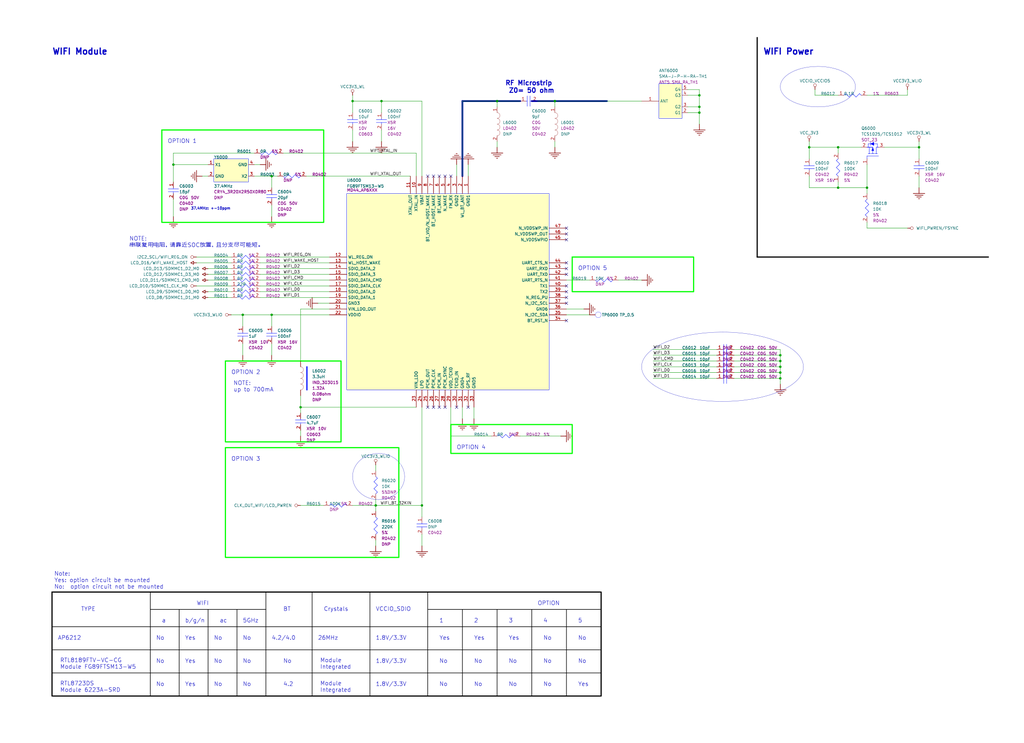
<source format=kicad_sch>
(kicad_sch (version 20250114) (generator "eeschema") (generator_version "9.0")
  (paper "User" 450 326.7)
  (rectangle (start 175.26 196.85) (end 99.06 245.11) (stroke (width 0.508) (color 0 255 0 1)))
  (bezier (pts (xy 342.9 38.1) (xy 342.9 43.0098) (xy 350.2917 46.99) (xy 359.41 46.99)) (stroke (width 0.0254)))
  (bezier (pts (xy 353.06 161.29) (xy 353.06 152.8731) (xy 337.1392 146.05) (xy 317.5 146.05)) (stroke (width 0.0254)))
  (bezier (pts (xy 317.5 146.05) (xy 297.8607 146.05) (xy 281.94 152.8731) (xy 281.94 161.29)) (stroke (width 0.0254)))
  (rectangle (start 251.46 186.69) (end 198.12 199.39) (stroke (width 0.508) (color 0 255 0 1)))
  (bezier (pts (xy 359.41 46.99) (xy 368.5282 46.99) (xy 375.92 43.0098) (xy 375.92 38.1)) (stroke (width 0.0254)))
  (bezier (pts (xy 281.94 161.29) (xy 281.94 169.7068) (xy 297.8607 176.53) (xy 317.5 176.53)) (stroke (width 0.0254)))
  (bezier (pts (xy 154.94 209.55) (xy 154.94 215.1612) (xy 160.0573 219.71) (xy 166.37 219.71)) (stroke (width 0.0254)))
  (rectangle (start 304.8 113.03) (end 251.46 128.27) (stroke (width 0.508) (color 0 255 0 1)))
  (bezier (pts (xy 177.8 209.55) (xy 177.8 203.9387) (xy 172.6826 199.39) (xy 166.37 199.39)) (stroke (width 0.0254)))
  (bezier (pts (xy 166.37 219.71) (xy 172.6826 219.71) (xy 177.8 215.1612) (xy 177.8 209.55)) (stroke (width 0.0254)))
  (rectangle (start 142.24 57.15) (end 71.12 97.79) (stroke (width 0.508) (color 0 255 0 1)))
  (rectangle (start 264.16 260.35) (end 22.86 306.07) (stroke (width 0.508) (color 0 0 0 1)))
  (bezier (pts (xy 317.5 176.53) (xy 337.1392 176.53) (xy 353.06 169.7068) (xy 353.06 161.29)) (stroke (width 0.0254)))
  (bezier (pts (xy 359.41 29.21) (xy 350.2917 29.21) (xy 342.9 33.1901) (xy 342.9 38.1)) (stroke (width 0.0254)))
  (bezier (pts (xy 375.92 38.1) (xy 375.92 33.1901) (xy 368.5282 29.21) (xy 359.41 29.21)) (stroke (width 0.0254)))
  (bezier (pts (xy 166.37 199.39) (xy 160.0573 199.39) (xy 154.94 203.9387) (xy 154.94 209.55)) (stroke (width 0.0254)))
  (rectangle (start 149.86 158.75) (end 99.06 194.31) (stroke (width 0.508) (color 0 255 0 1)))
  (text "Yes" (at 193.04 281.686 0) (effects (font (size 1.778 1.778)) (justify left bottom)))
  (text "Yes" (at 254 302.006 0) (effects (font (size 1.778 1.778)) (justify left bottom)))
  (text "1.8V/3.3V" (at 165.1 281.686 0) (effects (font (size 1.778 1.778)) (justify left bottom)))
  (text "No" (at 106.68 281.686 0) (effects (font (size 1.778 1.778)) (justify left bottom)))
  (text "a" (at 71.12 274.066 0) (effects (font (size 1.778 1.778)) (justify left bottom)))
  (text "Yes" (at 81.28 281.686 0) (effects (font (size 1.778 1.778)) (justify left bottom)))
  (text "OPTION 3" (at 101.6 202.946 0) (effects (font (size 1.778 1.778)) (justify left bottom)))
  (text "OPTION 2" (at 101.6 164.846 0) (effects (font (size 1.778 1.778)) (justify left bottom)))
  (text "1" (at 193.04 274.066 0) (effects (font (size 1.778 1.778)) (justify left bottom)))
  (text "AP6212" (at 25.4 281.686 0) (effects (font (size 1.778 1.778)) (justify left bottom)))
  (text "No" (at 106.68 291.846 0) (effects (font (size 1.778 1.778)) (justify left bottom)))
  (text "No" (at 254 291.846 0) (effects (font (size 1.778 1.778)) (justify left bottom)))
  (text "No" (at 254 281.686 0) (effects (font (size 1.778 1.778)) (justify left bottom)))
  (text "No" (at 193.04 291.846 0) (effects (font (size 1.778 1.778)) (justify left bottom)))
  (text "WIFI Power" (at 335.28 24.384 0) (effects (font (size 2.667 2.667) (thickness 0.5334) (bold yes)) (justify left bottom)))
  (text "No" (at 124.46 291.846 0) (effects (font (size 1.778 1.778)) (justify left bottom)))
  (text "No" (at 223.52 291.846 0) (effects (font (size 1.778 1.778)) (justify left bottom)))
  (text "3" (at 223.52 274.066 0) (effects (font (size 1.778 1.778)) (justify left bottom)))
  (text "26MHz" (at 139.7 281.686 0) (effects (font (size 1.778 1.778)) (justify left bottom)))
  (text "BT" (at 124.46 268.986 0) (effects (font (size 1.778 1.778)) (justify left bottom)))
  (text "No" (at 208.28 302.006 0) (effects (font (size 1.778 1.778)) (justify left bottom)))
  (text "TYPE" (at 35.56 268.986 0) (effects (font (size 1.778 1.778)) (justify left bottom)))
  (text "VCCIO_SDIO" (at 165.1 268.986 0) (effects (font (size 1.778 1.778)) (justify left bottom)))
  (text "No" (at 238.76 281.686 0) (effects (font (size 1.778 1.778)) (justify left bottom)))
  (text "No" (at 238.76 291.846 0) (effects (font (size 1.778 1.778)) (justify left bottom)))
  (text "1.8V/3.3V" (at 165.1 302.006 0) (effects (font (size 1.778 1.778)) (justify left bottom)))
  (text "Yes" (at 81.28 302.006 0) (effects (font (size 1.778 1.778)) (justify left bottom)))
  (text "No" (at 93.98 302.006 0) (effects (font (size 1.778 1.778)) (justify left bottom)))
  (text "No" (at 223.52 302.006 0) (effects (font (size 1.778 1.778)) (justify left bottom)))
  (text "b/g/n" (at 81.28 274.066 0) (effects (font (size 1.778 1.778)) (justify left bottom)))
  (text "No" (at 68.58 302.006 0) (effects (font (size 1.778 1.778)) (justify left bottom)))
  (text "ac" (at 96.52 274.066 0) (effects (font (size 1.778 1.778)) (justify left bottom)))
  (text "OPTION" (at 236.22 266.446 0) (effects (font (size 1.778 1.778)) (justify left bottom)))
  (text "5GHz" (at 106.68 274.066 0) (effects (font (size 1.778 1.778)) (justify left bottom)))
  (text "No" (at 93.98 291.846 0) (effects (font (size 1.778 1.778)) (justify left bottom)))
  (text "No" (at 193.04 302.006 0) (effects (font (size 1.778 1.778)) (justify left bottom)))
  (text "WIFI" (at 86.36 266.446 0) (effects (font (size 1.778 1.778)) (justify left bottom)))
  (text "No" (at 68.58 291.846 0) (effects (font (size 1.778 1.778)) (justify left bottom)))
  (text "No" (at 68.58 281.686 0) (effects (font (size 1.778 1.778)) (justify left bottom)))
  (text "OPTION 5" (at 254 119.126 0) (effects (font (size 1.778 1.778)) (justify left bottom)))
  (text "1.8V/3.3V" (at 165.1 291.846 0) (effects (font (size 1.778 1.778)) (justify left bottom)))
  (text "4.2" (at 124.46 302.006 0) (effects (font (size 1.778 1.778)) (justify left bottom)))
  (text "4" (at 238.76 274.066 0) (effects (font (size 1.778 1.778)) (justify left bottom)))
  (text "OPTION 1" (at 73.66 63.246 0) (effects (font (size 1.778 1.778)) (justify left bottom)))
  (text "WIFI Module" (at 22.86 24.384 0) (effects (font (size 2.667 2.667) (thickness 0.5334) (bold yes)) (justify left bottom)))
  (text "No" (at 238.76 302.006 0) (effects (font (size 1.778 1.778)) (justify left bottom)))
  (text "No" (at 208.28 291.846 0) (effects (font (size 1.778 1.778)) (justify left bottom)))
  (text "5" (at 254 274.066 0) (effects (font (size 1.778 1.778)) (justify left bottom)))
  (text "Yes" (at 208.28 281.686 0) (effects (font (size 1.778 1.778)) (justify left bottom)))
  (text "Crystals" (at 142.24 268.986 0) (effects (font (size 1.778 1.778)) (justify left bottom)))
  (text "OPTION 4" (at 200.66 197.866 0) (effects (font (size 1.778 1.778)) (justify left bottom)))
  (text "Yes" (at 81.28 291.846 0) (effects (font (size 1.778 1.778)) (justify left bottom)))
  (text "Yes" (at 223.52 281.686 0) (effects (font (size 1.778 1.778)) (justify left bottom)))
  (text "No" (at 106.68 302.006 0) (effects (font (size 1.778 1.778)) (justify left bottom)))
  (text "No" (at 93.98 281.686 0) (effects (font (size 1.778 1.778)) (justify left bottom)))
  (text "2" (at 208.28 274.066 0) (effects (font (size 1.778 1.778)) (justify left bottom)))
  (text "4.2/4.0" (at 119.38 281.686 0) (effects (font (size 1.778 1.778)) (justify left bottom)))
  (text "37.4MHz: +-10ppm" (at 83.82 92.456 0) (effects (font (size 1.143 1.143) (thickness 0.2286) (bold yes)) (justify left bottom)))
  (text_box "NOTE:\nup to 700mA" (at 124.968 173.482 0) (size -23.368 -7.112) (margins 0.9525 0.9525 0.9525 0.9525) (stroke (width -0.0001) (color 0 0 0 1)) (effects (font (size 1.778 1.778)) (justify left top)))
  (text_box "Module \nIntegrated\n" (at 161.036 305.562 0) (size -21.336 -7.112) (margins 0.9525 0.9525 0.9525 0.9525) (stroke (width -0.0001) (color 0 0 0 1)) (effects (font (size 1.778 1.778)) (justify left top)))
  (text_box "RF Microstrip\n Z0= 50 ohm" (at 247.904 42.926 0) (size -26.924 -8.636) (margins 0.9525 0.9525 0.9525 0.9525) (stroke (width -0.0001) (color 0 0 0 1)) (effects (font (size 2.032 2.032) (thickness 0.4064) (bold yes)) (justify left top)))
  (text_box "RTL8189FTV-VC-CG\nModule FG89FTSM13-W5" (at 67.056 295.402 0) (size -41.656 -7.112) (margins 0.9525 0.9525 0.9525 0.9525) (stroke (width -0.0001) (color 0 0 0 1)) (effects (font (size 1.778 1.778)) (justify left top)))
  (text_box "RTL8723DS\nModule 6223A-SRD" (at 58.928 305.562 0) (size -33.528 -7.112) (margins 0.9525 0.9525 0.9525 0.9525) (stroke (width -0.0001) (color 0 0 0 1)) (effects (font (size 1.778 1.778)) (justify left top)))
  (text_box "Note:\nYes: option circuit be mounted\nNo:  option circuit not be mounted" (at 92.964 260.858 0) (size -70.104 -10.668) (margins 0.9525 0.9525 0.9525 0.9525) (stroke (width -0.0001) (color 0 0 0 1)) (effects (font (size 1.778 1.778)) (justify left top)))
  (text_box "Module \nIntegrated\n" (at 161.036 295.402 0) (size -21.336 -7.112) (margins 0.9525 0.9525 0.9525 0.9525) (stroke (width -0.0001) (color 0 0 0 1)) (effects (font (size 1.778 1.778)) (justify left top)))
  (text_box "NOTE:\n串联复用电阻，请靠近SOC放置，且分支尽可能短。" (at 148.336 109.982 0) (size -92.456 -7.112) (margins 0.9525 0.9525 0.9525 0.9525) (stroke (width -0.0001) (color 0 0 0 1)) (effects (font (size 1.778 1.778)) (justify left top)))
  (junction (at 307.34 41.91))
  (junction (at 76.2 72.39))
  (junction (at 218.44 44.45))
  (junction (at 342.9 166.37))
  (junction (at 355.6 64.77))
  (junction (at 106.68 138.43))
  (junction (at 154.94 44.45))
  (junction (at 167.64 44.45))
  (junction (at 243.84 44.45))
  (junction (at 307.34 46.99))
  (junction (at 342.9 161.29))
  (junction (at 342.9 156.21))
  (junction (at 119.38 138.43))
  (junction (at 381 82.55))
  (junction (at 342.9 158.75))
  (junction (at 403.86 64.77))
  (junction (at 342.9 163.83))
  (junction (at 165.1 222.25))
  (junction (at 368.3 82.55))
  (junction (at 185.42 222.25))
  (junction (at 307.34 49.53))
  (junction (at 368.3 64.77))
  (junction (at 132.08 179.07))
  (junction (at 119.38 77.47))
  (no_connect (at 248.92 133.35))
  (no_connect (at 190.5 179.07))
  (no_connect (at 248.92 120.65))
  (no_connect (at 248.92 105.41))
  (no_connect (at 200.66 179.07))
  (no_connect (at 195.58 77.47))
  (no_connect (at 198.12 77.47))
  (no_connect (at 248.92 118.11))
  (no_connect (at 205.74 179.07))
  (no_connect (at 248.92 102.87))
  (no_connect (at 248.92 140.97))
  (no_connect (at 187.96 179.07))
  (no_connect (at 193.04 77.47))
  (no_connect (at 248.92 128.27))
  (no_connect (at 187.96 77.47))
  (no_connect (at 195.58 179.07))
  (no_connect (at 190.5 77.47))
  (no_connect (at 248.92 130.81))
  (no_connect (at 248.92 125.73))
  (no_connect (at 248.92 115.57))
  (no_connect (at 248.92 100.33))
  (no_connect (at 193.04 179.07))
  (wire (pts (xy 119.38 82.55) (xy 119.38 77.47)))
  (wire (pts (xy 76.2 72.39) (xy 76.2 67.31)))
  (wire (pts (xy 368.3 41.91) (xy 358.14 41.91)))
  (wire (pts (xy 203.2 184.15) (xy 203.2 179.07)))
  (wire (pts (xy 342.9 158.75) (xy 322.58 158.75)))
  (wire (pts (xy 101.6 130.81) (xy 91.44 130.81)))
  (wire (pts (xy 307.34 46.99) (xy 302.26 46.99)))
  (wire (pts (xy 403.86 64.77) (xy 388.62 64.77)))
  (wire (pts (xy 302.26 39.37) (xy 307.34 39.37)))
  (wire (pts (xy 342.9 158.75) (xy 342.9 161.29)))
  (wire (pts (xy 167.64 49.53) (xy 167.64 44.45)))
  (wire (pts (xy 205.74 77.47) (xy 205.74 72.39)))
  (wire (pts (xy 203.2 44.45) (xy 203.2 77.47)))
  (wire (pts (xy 218.44 46.99) (xy 218.44 44.45)))
  (wire (pts (xy 114.3 72.39) (xy 111.76 72.39)))
  (wire (pts (xy 154.94 62.23) (xy 154.94 57.15)))
  (wire (pts (xy 342.9 161.29) (xy 342.9 163.83)))
  (wire (pts (xy 180.34 77.47) (xy 134.62 77.47)))
  (wire (pts (xy 403.86 64.77) (xy 403.86 62.23)))
  (wire (pts (xy 101.6 115.57) (xy 86.36 115.57)))
  (wire (pts (xy 342.9 166.37) (xy 322.58 166.37)))
  (wire (pts (xy 142.24 222.25) (xy 132.08 222.25)))
  (wire (pts (xy 342.9 166.37) (xy 342.9 168.91)))
  (wire (pts (xy 368.3 64.77) (xy 355.6 64.77)))
  (polyline (pts (xy 91.44 267.97) (xy 91.44 306.07)) (stroke (width 0.254) (type solid) (color 0 0 0 1)))
  (wire (pts (xy 101.6 125.73) (xy 86.36 125.73)))
  (wire (pts (xy 144.78 138.43) (xy 119.38 138.43)))
  (wire (pts (xy 355.6 82.55) (xy 355.6 77.47)))
  (wire (pts (xy 144.78 133.35) (xy 139.7 133.35)))
  (wire (pts (xy 259.08 138.43) (xy 248.92 138.43)))
  (polyline (pts (xy 78.74 267.97) (xy 78.74 306.07)) (stroke (width 0.254) (type solid) (color 0 0 0 1)))
  (wire (pts (xy 182.88 179.07) (xy 132.08 179.07)))
  (wire (pts (xy 165.1 222.25) (xy 165.1 219.71)))
  (wire (pts (xy 101.6 123.19) (xy 91.44 123.19)))
  (wire (pts (xy 144.78 115.57) (xy 114.3 115.57)))
  (wire (pts (xy 144.78 130.81) (xy 114.3 130.81)))
  (wire (pts (xy 368.3 82.55) (xy 355.6 82.55)))
  (polyline (pts (xy 187.96 267.97) (xy 264.16 267.97)) (stroke (width 0.254) (type solid) (color 0 0 0 1)))
  (wire (pts (xy 381 85.09) (xy 381 82.55)))
  (wire (pts (xy 106.68 143.51) (xy 106.68 138.43)))
  (wire (pts (xy 228.6 44.45) (xy 218.44 44.45)))
  (wire (pts (xy 165.1 204.47) (xy 165.1 207.01)))
  (wire (pts (xy 101.6 120.65) (xy 91.44 120.65)))
  (wire (pts (xy 358.14 41.91) (xy 358.14 39.37)))
  (wire (pts (xy 342.9 156.21) (xy 342.9 158.75)))
  (wire (pts (xy 398.78 39.37) (xy 398.78 41.91)))
  (wire (pts (xy 101.6 118.11) (xy 91.44 118.11)))
  (wire (pts (xy 314.96 156.21) (xy 287.02 156.21)))
  (wire (pts (xy 132.08 179.07) (xy 132.08 173.99)))
  (wire (pts (xy 342.9 156.21) (xy 322.58 156.21)))
  (polyline (pts (xy 264.16 285.75) (xy 22.86 285.75)) (stroke (width 0.254) (type solid) (color 0 0 0 1)))
  (wire (pts (xy 314.96 161.29) (xy 287.02 161.29)))
  (wire (pts (xy 119.38 143.51) (xy 119.38 138.43)))
  (wire (pts (xy 185.42 77.47) (xy 185.42 44.45)))
  (wire (pts (xy 132.08 181.61) (xy 132.08 179.07)))
  (wire (pts (xy 154.94 49.53) (xy 154.94 44.45)))
  (wire (pts (xy 271.78 123.19) (xy 281.94 123.19)))
  (polyline (pts (xy 264.16 275.59) (xy 22.86 275.59)) (stroke (width 0.254) (type solid) (color 0 0 0 1)))
  (polyline (pts (xy 332.74 113.03) (xy 434.34 113.03)) (stroke (width 0.508) (type solid) (color 0 0 0 1)))
  (wire (pts (xy 381 72.39) (xy 381 82.55)))
  (polyline (pts (xy 332.74 16.51) (xy 332.74 113.03)) (stroke (width 0.508) (type solid) (color 0 0 0 1)))
  (wire (pts (xy 167.64 44.45) (xy 154.94 44.45)))
  (wire (pts (xy 236.22 44.45) (xy 243.84 44.45)))
  (wire (pts (xy 307.34 41.91) (xy 302.26 41.91)))
  (wire (pts (xy 243.84 44.45) (xy 281.94 44.45)))
  (wire (pts (xy 307.34 39.37) (xy 307.34 41.91)))
  (polyline (pts (xy 203.2 44.45) (xy 203.2 77.47)) (stroke (width 0.762) (type solid) (color 0 0 165 1)))
  (wire (pts (xy 381 82.55) (xy 368.3 82.55)))
  (wire (pts (xy 144.78 125.73) (xy 114.3 125.73)))
  (wire (pts (xy 246.38 191.77) (xy 228.6 191.77)))
  (wire (pts (xy 403.86 69.85) (xy 403.86 64.77)))
  (wire (pts (xy 144.78 128.27) (xy 114.3 128.27)))
  (wire (pts (xy 342.9 161.29) (xy 322.58 161.29)))
  (wire (pts (xy 182.88 67.31) (xy 124.46 67.31)))
  (wire (pts (xy 119.38 77.47) (xy 121.92 77.47)))
  (wire (pts (xy 243.84 64.77) (xy 243.84 62.23)))
  (wire (pts (xy 91.44 72.39) (xy 76.2 72.39)))
  (wire (pts (xy 185.42 222.25) (xy 185.42 179.07)))
  (wire (pts (xy 322.58 153.67) (xy 342.9 153.67)))
  (polyline (pts (xy 104.14 267.97) (xy 104.14 306.07)) (stroke (width 0.254) (type solid) (color 0 0 0 1)))
  (wire (pts (xy 355.6 64.77) (xy 355.6 62.23)))
  (wire (pts (xy 198.12 191.77) (xy 198.12 179.07)))
  (wire (pts (xy 76.2 95.25) (xy 76.2 87.63)))
  (wire (pts (xy 314.96 158.75) (xy 287.02 158.75)))
  (wire (pts (xy 119.38 156.21) (xy 119.38 151.13)))
  (wire (pts (xy 76.2 80.01) (xy 76.2 72.39)))
  (wire (pts (xy 368.3 67.31) (xy 368.3 64.77)))
  (polyline (pts (xy 228.6 44.45) (xy 203.2 44.45)) (stroke (width 0.762) (type solid) (color 0 0 165 1)))
  (wire (pts (xy 101.6 113.03) (xy 86.36 113.03)))
  (wire (pts (xy 106.68 138.43) (xy 101.6 138.43)))
  (polyline (pts (xy 218.44 267.97) (xy 218.44 306.07)) (stroke (width 0.254) (type solid) (color 0 0 0 1)))
  (polyline (pts (xy 248.92 267.97) (xy 248.92 306.07)) (stroke (width 0.254) (type solid) (color 0 0 0 1)))
  (wire (pts (xy 101.6 128.27) (xy 91.44 128.27)))
  (wire (pts (xy 342.9 153.67) (xy 342.9 156.21)))
  (polyline (pts (xy 116.84 260.35) (xy 116.84 306.07)) (stroke (width 0.254) (type solid) (color 0 0 0 1)))
  (polyline (pts (xy 187.96 260.35) (xy 187.96 306.07)) (stroke (width 0.254) (type solid) (color 0 0 0 1)))
  (polyline (pts (xy 266.7 44.45) (xy 233.68 44.45)) (stroke (width 0.762) (type solid) (color 0 0 165 1)))
  (wire (pts (xy 381 100.33) (xy 381 97.79)))
  (polyline (pts (xy 66.04 260.35) (xy 66.04 306.07)) (stroke (width 0.254) (type solid) (color 0 0 0 1)))
  (wire (pts (xy 119.38 138.43) (xy 106.68 138.43)))
  (wire (pts (xy 185.42 222.25) (xy 165.1 222.25)))
  (wire (pts (xy 243.84 46.99) (xy 243.84 44.45)))
  (wire (pts (xy 76.2 67.31) (xy 111.76 67.31)))
  (wire (pts (xy 403.86 82.55) (xy 403.86 77.47)))
  (wire (pts (xy 342.9 163.83) (xy 322.58 163.83)))
  (wire (pts (xy 307.34 49.53) (xy 307.34 54.61)))
  (wire (pts (xy 307.34 41.91) (xy 307.34 46.99)))
  (wire (pts (xy 185.42 44.45) (xy 167.64 44.45)))
  (wire (pts (xy 144.78 113.03) (xy 114.3 113.03)))
  (wire (pts (xy 132.08 135.89) (xy 144.78 135.89)))
  (wire (pts (xy 167.64 62.23) (xy 167.64 57.15)))
  (wire (pts (xy 256.54 135.89) (xy 248.92 135.89)))
  (wire (pts (xy 119.38 95.25) (xy 119.38 90.17)))
  (wire (pts (xy 215.9 191.77) (xy 198.12 191.77)))
  (wire (pts (xy 165.1 222.25) (xy 154.94 222.25)))
  (wire (pts (xy 200.66 77.47) (xy 200.66 72.39)))
  (wire (pts (xy 106.68 156.21) (xy 106.68 151.13)))
  (polyline (pts (xy 66.04 267.97) (xy 116.84 267.97)) (stroke (width 0.254) (type solid) (color 0 0 0 1)))
  (wire (pts (xy 185.42 227.33) (xy 185.42 222.25)))
  (wire (pts (xy 378.46 64.77) (xy 368.3 64.77)))
  (wire (pts (xy 185.42 240.03) (xy 185.42 234.95)))
  (wire (pts (xy 154.94 44.45) (xy 154.94 41.91)))
  (wire (pts (xy 208.28 184.15) (xy 208.28 179.07)))
  (wire (pts (xy 91.44 77.47) (xy 88.9 77.47)))
  (polyline (pts (xy 162.56 260.35) (xy 162.56 306.07)) (stroke (width 0.254) (type solid) (color 0 0 0 1)))
  (wire (pts (xy 355.6 64.77) (xy 355.6 69.85)))
  (wire (pts (xy 165.1 237.49) (xy 165.1 240.03)))
  (wire (pts (xy 368.3 80.01) (xy 368.3 82.55)))
  (polyline (pts (xy 203.2 267.97) (xy 203.2 306.07)) (stroke (width 0.254) (type solid) (color 0 0 0 1)))
  (wire (pts (xy 314.96 153.67) (xy 287.02 153.67)))
  (polyline (pts (xy 137.16 260.35) (xy 137.16 306.07)) (stroke (width 0.254) (type solid) (color 0 0 0 1)))
  (wire (pts (xy 398.78 100.33) (xy 381 100.33)))
  (wire (pts (xy 307.34 49.53) (xy 302.26 49.53)))
  (wire (pts (xy 259.08 123.19) (xy 248.92 123.19)))
  (wire (pts (xy 314.96 166.37) (xy 287.02 166.37)))
  (wire (pts (xy 218.44 64.77) (xy 218.44 62.23)))
  (wire (pts (xy 314.96 163.83) (xy 287.02 163.83)))
  (wire (pts (xy 182.88 77.47) (xy 182.88 67.31)))
  (wire (pts (xy 307.34 46.99) (xy 307.34 49.53)))
  (wire (pts (xy 165.1 224.79) (xy 165.1 222.25)))
  (wire (pts (xy 132.08 191.77) (xy 132.08 189.23)))
  (wire (pts (xy 218.44 44.45) (xy 203.2 44.45)))
  (wire (pts (xy 398.78 41.91) (xy 381 41.91)))
  (wire (pts (xy 144.78 118.11) (xy 114.3 118.11)))
  (wire (pts (xy 144.78 120.65) (xy 114.3 120.65)))
  (wire (pts (xy 111.76 77.47) (xy 119.38 77.47)))
  (wire (pts (xy 144.78 123.19) (xy 114.3 123.19)))
  (wire (pts (xy 132.08 158.75) (xy 132.08 135.89)))
  (wire (pts (xy 342.9 163.83) (xy 342.9 166.37)))
  (polyline (pts (xy 233.68 267.97) (xy 233.68 306.07)) (stroke (width 0.254) (type solid) (color 0 0 0 1)))
  (polyline (pts (xy 264.16 295.91) (xy 22.86 295.91)) (stroke (width 0.254) (type solid) (color 0 0 0 1)))
  (label "WIFI_D0" (at 287.02 163.83 0))
  (label "WIFI_D1" (at 287.02 166.37 0))
  (label "WIFI_D2" (at 124.46 118.11 0))
  (label "WIFI_D1" (at 124.46 130.81 0))
  (label "WIFI_WAKE_HOST" (at 124.46 115.57 0))
  (label "WIFI_D2" (at 287.02 153.67 0))
  (label "WIFI_XTAL_IN" (at 162.56 67.31 0))
  (label "WIFI_CLK" (at 124.46 125.73 0))
  (label "WIFI_REG_ON" (at 124.46 113.03 0))
  (label "WIFI_D3" (at 124.46 120.65 0))
  (label "WIFI_D0" (at 124.46 128.27 0))
  (label "WIFI_CMD" (at 287.02 158.75 0))
  (label "WIFI_XTAL_OUT" (at 162.56 77.47 0))
  (label "WIFI_CLK" (at 287.02 161.29 0))
  (label "WIFI_BT_32KIN" (at 167.132 222.25 0))
  (label "WIFI_CMD" (at 124.46 123.19 0))
  (label "WIFI_D3" (at 287.02 156.21 0))
  (symbol (lib_id "RV1106G_EVB1_V11_20220401LX-altium-import:GND_POWER_GROUND") (at 281.94 123.19 90) (unit 1)
    (property "Reference" "#PWR?" (effects (hide yes)))
    (property "Value" "GND" (effects (hide yes)))
  )
  (symbol (lib_name "root_0_CAP NP_*_1") (lib_id "*:root_0_CAP NP_*") (at 116.84 85.09 0) (unit 1)
    (property "Reference" "C6004" (at 121.92 85.09 0) (effects (justify left bottom)))
    (property "Value" "20pF" (at 121.92 87.63 0) (effects (justify left bottom)))
    (property "Footprint" "C0402" (effects (hide yes)))
    (property "Description" "cap,20.00pF,+/-5%,50V,C0G,C0402" (effects (hide yes)))
    (property "DIELECTRIC" "C0G" (at 121.92 90.17 0) (effects (justify left bottom)))
    (property "PCB FOOTPRINT" "C0402" (at 121.92 92.71 0) (effects (justify left bottom)))
    (property "VOLTAGE" "50V" (at 127 90.17 0) (effects (justify left bottom)))
    (property "OPTION" "DNP" (at 121.92 95.25 0) (effects (justify left bottom)))
    (property "CREATED BY" "JJJ" (effects (hide yes)))
    (property "MANUFACTURER" "TDK" (effects (hide yes)))
    (property "TOLERANCE" "5%" (effects (hide yes)))
    (property "PART TYPE" "C0402" (effects (hide yes)))
    (property "PRIORITY" "A" (effects (hide yes)))
  )
  (symbol (lib_id "*:root_0_CAP NP_*") (at 182.88 229.87 0) (unit 1)
    (property "Reference" "C6008" (at 187.96 229.87 0) (effects (justify left bottom)))
    (property "Value" "DNP" (at 187.96 232.41 0) (effects (justify left bottom)))
    (property "Footprint" "C0402" (effects (hide yes)))
    (property "Description" "Did Not Place." (effects (hide yes)))
    (property "PCB FOOTPRINT" "C0402" (at 187.96 234.95 0) (effects (justify left bottom)))
    (property "CREATED BY" "JJJ" (effects (hide yes)))
    (property "MANUFACTURER PN" "DNPC0402" (effects (hide yes)))
    (property "PART TYPE" "DNP" (effects (hide yes)))
    (property "PRIORITY" "A" (effects (hide yes)))
    (property "RK PN" "DNPC0402" (effects (hide yes)))
  )
  (symbol (lib_id "RV1106G_EVB1_V11_20220401LX-altium-import:I2C2_SCL/WIFI_REG_ON_CIRCLE") (at 86.36 113.03 270) (unit 1)
    (property "Reference" "#PWR?" (effects (hide yes)))
    (property "Value" "I2C2_SCL/WIFI_REG_ON" (at 82.55 113.03 90) (effects (justify right)))
  )
  (symbol (lib_name "root_1_RESISTOR_Dup1_*_2") (lib_id "*:root_1_RESISTOR_Dup1_*") (at 370.84 44.45 0) (unit 1)
    (property "Reference" "R6012" (at 360.68 41.91 0) (effects (justify left bottom)))
    (property "Value" "0.1R" (at 370.84 41.91 0) (effects (justify left bottom)))
    (property "Footprint" "R0402" (effects (hide yes)))
    (property "Description" "厚膜低阻值电阻,0R1,+/-1%,R0603,1/10W." (effects (hide yes)))
    (property "PCB FOOTPRINT" "R0603" (at 388.62 41.91 0) (effects (justify left bottom)))
    (property "TOLERANCE" "1%" (at 383.54 41.91 0) (effects (justify left bottom)))
    (property "RK PN" "RL0603FR-070R1L" (effects (hide yes)))
    (property "PRIORITY" "A" (effects (hide yes)))
    (property "PART TYPE" "厚膜低阻值电阻" (effects (hide yes)))
    (property "WATTAGE" "1/10W" (effects (hide yes)))
    (property "MANUFACTURER" "YAGEO" (effects (hide yes)))
    (property "MANUFACTURER PN" "RL0603FR-070R1L" (effects (hide yes)))
    (property "CREATED BY" "YTL" (effects (hide yes)))
  )
  (symbol (lib_id "RV1106G_EVB1_V11_20220401LX-altium-import:LCD_D10/SDMMC1_CLK_M0_CIRCLE") (at 86.36 125.73 270) (unit 1)
    (property "Reference" "#PWR?" (effects (hide yes)))
    (property "Value" "LCD_D10/SDMMC1_CLK_M0" (at 82.55 125.73 90) (effects (justify right)))
  )
  (symbol (lib_id "RV1106G_EVB1_V11_20220401LX-altium-import:GND_POWER_GROUND") (at 208.28 184.15 0) (unit 1)
    (property "Reference" "#PWR?" (effects (hide yes)))
    (property "Value" "GND" (effects (hide yes)))
  )
  (symbol (lib_name "root_3_mirrored_RESISTOR_Dup1_*_1") (lib_id "*:root_3_mirrored_RESISTOR_Dup1_*") (at 124.46 74.93 0) (unit 1)
    (property "Reference" "R6003" (at 114.3 77.47 0) (effects (justify left bottom)))
    (property "Value" "0R" (at 124.46 77.47 0) (effects (justify left bottom)))
    (property "Footprint" "R0402" (effects (hide yes)))
    (property "Description" "通用厚膜电阻,0R,+/-5%,R0402,1/16W." (effects (hide yes)))
    (property "PCB FOOTPRINT" "R0402" (at 137.16 77.47 0) (effects (justify left bottom)))
    (property "TOLERANCE" "5%" (at 129.54 77.47 0) (effects (justify left bottom)))
    (property "CREATED BY" "YTL" (effects (hide yes)))
    (property "MANUFACTURER PN" "RC0402JR-070RL" (effects (hide yes)))
    (property "MANUFACTURER" "YAGEO" (effects (hide yes)))
    (property "WATTAGE" "1/16W" (effects (hide yes)))
    (property "PART TYPE" "通用厚膜电阻" (effects (hide yes)))
    (property "PRIORITY" "A" (effects (hide yes)))
    (property "RK PN" "RC0402JR-070RL" (effects (hide yes)))
    (property "OPTION" "DNP" (at 124.46 80.01 0) (effects (justify left bottom)))
  )
  (symbol (lib_id "RV1106G_EVB1_V11_20220401LX-altium-import:GND_POWER_GROUND") (at 119.38 95.25 0) (unit 1)
    (property "Reference" "#PWR?" (effects (hide yes)))
    (property "Value" "GND" (effects (hide yes)))
  )
  (symbol (lib_name "root_1_RESISTOR_Dup1_*_10") (lib_id "*:root_1_RESISTOR_Dup1_*") (at 104.14 130.81 0) (unit 1)
    (property "Reference" "R6010" (at 93.98 128.27 0) (effects (justify left bottom)))
    (property "Value" "0R" (at 104.14 128.27 0) (effects (justify left bottom)))
    (property "Footprint" "R0402" (effects (hide yes)))
    (property "Description" "通用厚膜电阻,0R,+/-5%,R0402,1/16W." (effects (hide yes)))
    (property "PCB FOOTPRINT" "R0402" (at 116.84 128.27 0) (effects (justify left bottom)))
    (property "TOLERANCE" "5%" (at 109.22 128.27 0) (effects (justify left bottom)))
    (property "CREATED BY" "YTL" (effects (hide yes)))
    (property "MANUFACTURER PN" "RC0402JR-070RL" (effects (hide yes)))
    (property "MANUFACTURER" "YAGEO" (effects (hide yes)))
    (property "WATTAGE" "1/16W" (effects (hide yes)))
    (property "PART TYPE" "通用厚膜电阻" (effects (hide yes)))
    (property "PRIORITY" "A" (effects (hide yes)))
    (property "RK PN" "RC0402JR-070RL" (effects (hide yes)))
  )
  (symbol (lib_id "RV1106G_EVB1_V11_20220401LX-altium-import:LCD_D9/SDMMC1_D0_M0_ARROW") (at 91.44 128.27 270) (unit 1)
    (property "Reference" "#PWR?" (effects (hide yes)))
    (property "Value" "LCD_D9/SDMMC1_D0_M0" (at 87.63 128.27 90) (effects (justify right)))
  )
  (symbol (lib_name "root_0_RESISTOR_Dup1_*_1") (lib_id "*:root_0_RESISTOR_Dup1_*") (at 162.56 209.55 0) (unit 1)
    (property "Reference" "R6020" (at 167.64 212.09 0) (effects (justify left bottom)))
    (property "Value" "10K" (at 167.64 214.63 0) (effects (justify left bottom)))
    (property "Footprint" "R0402" (effects (hide yes)))
    (property "Description" "通用厚膜电阻,10K,+/-5%,R0402,1/16W." (effects (hide yes)))
    (property "PCB FOOTPRINT" "R0402" (at 167.64 219.71 0) (effects (justify left bottom)))
    (property "TOLERANCE" "5%" (at 167.64 217.17 0) (effects (justify left bottom)))
    (property "RK PN" "RC0402JR-0710KL" (effects (hide yes)))
    (property "PRIORITY" "A" (effects (hide yes)))
    (property "PART TYPE" "通用厚膜电阻" (effects (hide yes)))
    (property "WATTAGE" "1/16W" (effects (hide yes)))
    (property "MANUFACTURER" "YAGEO" (effects (hide yes)))
    (property "MANUFACTURER PN" "RC0402JR-0710KL" (effects (hide yes)))
    (property "CREATED BY" "YTL" (effects (hide yes)))
    (property "OPTION" "DNP" (at 170.18 217.17 0) (effects (justify left bottom)))
  )
  (symbol (lib_name "root_1_CAP NP_*_1") (lib_id "*:root_1_CAP NP_*") (at 231.14 46.99 0) (unit 1)
    (property "Reference" "C6000" (at 233.68 49.53 0) (effects (justify left bottom)))
    (property "Value" "9pF" (at 233.68 52.07 0) (effects (justify left bottom)))
    (property "Footprint" "C0402" (effects (hide yes)))
    (property "Description" "cap,9.00pF,+/-0.5,50V,C0G,C0402" (effects (hide yes)))
    (property "DIELECTRIC" "C0G" (at 233.68 54.61 0) (effects (justify left bottom)))
    (property "PCB FOOTPRINT" "C0402" (at 233.68 59.69 0) (effects (justify left bottom)))
    (property "VOLTAGE" "50V" (at 233.68 57.15 0) (effects (justify left bottom)))
    (property "RK PN" "C1005C0G1H090D050BA" (effects (hide yes)))
    (property "PRIORITY" "A" (effects (hide yes)))
    (property "PART TYPE" "C0402" (effects (hide yes)))
    (property "TOLERANCE" "+/-0.5pF" (effects (hide yes)))
    (property "MANUFACTURER" "TDK" (effects (hide yes)))
    (property "MANUFACTURER PN" "C1005C0G1H090D050BA" (effects (hide yes)))
    (property "CREATED BY" "JJJ" (effects (hide yes)))
  )
  (symbol (lib_id "RV1106G_EVB1_V11_20220401LX-altium-import:GND_POWER_GROUND") (at 139.7 133.35 270) (unit 1)
    (property "Reference" "#PWR?" (effects (hide yes)))
    (property "Value" "GND" (effects (hide yes)))
  )
  (symbol (lib_name "root_1_RESISTOR_Dup1_*_4") (lib_id "*:root_1_RESISTOR_Dup1_*") (at 104.14 125.73 0) (unit 1)
    (property "Reference" "R6008" (at 93.98 123.19 0) (effects (justify left bottom)))
    (property "Value" "0R" (at 104.14 123.19 0) (effects (justify left bottom)))
    (property "Footprint" "R0402" (effects (hide yes)))
    (property "Description" "通用厚膜电阻,0R,+/-5%,R0402,1/16W." (effects (hide yes)))
    (property "PCB FOOTPRINT" "R0402" (at 116.84 123.19 0) (effects (justify left bottom)))
    (property "TOLERANCE" "5%" (at 109.22 123.19 0) (effects (justify left bottom)))
    (property "RK PN" "RC0402JR-070RL" (effects (hide yes)))
    (property "PRIORITY" "A" (effects (hide yes)))
    (property "PART TYPE" "通用厚膜电阻" (effects (hide yes)))
    (property "WATTAGE" "1/16W" (effects (hide yes)))
    (property "MANUFACTURER" "YAGEO" (effects (hide yes)))
    (property "MANUFACTURER PN" "RC0402JR-070RL" (effects (hide yes)))
    (property "CREATED BY" "YTL" (effects (hide yes)))
  )
  (symbol (lib_id "RV1106G_EVB1_V11_20220401LX-altium-import:GND_POWER_GROUND") (at 205.74 72.39 180) (unit 1)
    (property "Reference" "#PWR?" (effects (hide yes)))
    (property "Value" "GND" (effects (hide yes)))
  )
  (symbol (lib_id "*:root_0_INDUCTOR_*") (at 215.9 49.53 0) (unit 1)
    (property "Reference" "L6000" (at 220.98 54.61 0) (effects (justify left bottom)))
    (property "Value" "DNP" (at 220.98 59.69 0) (effects (justify left bottom)))
    (property "Footprint" "L0402" (effects (hide yes)))
    (property "Description" "Did Not Place." (effects (hide yes)))
    (property "PCB FOOTPRINT" "L0402" (at 220.98 57.15 0) (effects (justify left bottom)))
    (property "RK PN" "DNPL0402" (effects (hide yes)))
    (property "PRIORITY" "A" (effects (hide yes)))
    (property "PART TYPE" "IND" (effects (hide yes)))
    (property "CREATED BY" "JJJ" (effects (hide yes)))
  )
  (symbol (lib_name "root_1_RESISTOR_Dup1_*_6") (lib_id "*:root_1_RESISTOR_Dup1_*") (at 104.14 123.19 0) (unit 1)
    (property "Reference" "R6007" (at 93.98 120.65 0) (effects (justify left bottom)))
    (property "Value" "0R" (at 104.14 120.65 0) (effects (justify left bottom)))
    (property "Footprint" "R0402" (effects (hide yes)))
    (property "Description" "通用厚膜电阻,0R,+/-5%,R0402,1/16W." (effects (hide yes)))
    (property "PCB FOOTPRINT" "R0402" (at 116.84 120.65 0) (effects (justify left bottom)))
    (property "TOLERANCE" "5%" (at 109.22 120.65 0) (effects (justify left bottom)))
    (property "CREATED BY" "YTL" (effects (hide yes)))
    (property "MANUFACTURER PN" "RC0402JR-070RL" (effects (hide yes)))
    (property "MANUFACTURER" "YAGEO" (effects (hide yes)))
    (property "WATTAGE" "1/16W" (effects (hide yes)))
    (property "PART TYPE" "通用厚膜电阻" (effects (hide yes)))
    (property "PRIORITY" "A" (effects (hide yes)))
    (property "RK PN" "RC0402JR-070RL" (effects (hide yes)))
  )
  (symbol (lib_id "RV1106G_EVB1_V11_20220401LX-altium-import:GND_POWER_GROUND") (at 119.38 156.21 0) (unit 1)
    (property "Reference" "#PWR?" (effects (hide yes)))
    (property "Value" "GND" (effects (hide yes)))
  )
  (symbol (lib_id "*:root_0_MODULE_AP6XXX_*") (at 152.4 85.09 0) (unit 1)
    (property "Reference" "U6000" (at 152.4 80.01 0) (effects (justify left bottom)))
    (property "Value" "FG89FTSM13-W5" (at 152.4 82.55 0) (effects (justify left bottom)))
    (property "Footprint" "MD44_AP6XXX" (effects (hide yes)))
    (property "Description" "WiFi 802.11b/g/n + BT4.0" (effects (hide yes)))
    (property "PCB FOOTPRINT" "MD44_AP6XXX" (at 152.4 84.328 0) (effects (justify left bottom)))
    (property "CREATED BY" "JJJ" (effects (hide yes)))
    (property "MANUFACTURER PN" "RL-SM02BD" (effects (hide yes)))
    (property "MANUFACTURER" "RF-LINK(博鹏发)" (effects (hide yes)))
    (property "PART TYPE" "module" (effects (hide yes)))
    (property "PRIORITY" "A" (effects (hide yes)))
    (property "RK PN" "RL-SM02BD" (effects (hide yes)))
  )
  (symbol (lib_id "*:root_1_mirrored_TP_*") (at 264.16 140.97 0) (unit 1)
    (property "Reference" "TP6000" (at 264.414 139.192 0) (effects (justify left bottom)))
    (property "Value" "TP_0.5" (at 272.288 139.192 0) (effects (justify left bottom)))
    (property "Footprint" "TEST" (effects (hide yes)))
    (property "Description" "Test Point 0.5mm" (effects (hide yes)))
    (property "PCB FOOTPRINT" "TP_0R50" (effects (hide yes)))
    (property "RK PN" "TESTPOINT_0R5" (effects (hide yes)))
    (property "PRIORITY" "A" (effects (hide yes)))
    (property "PART TYPE" "TP" (effects (hide yes)))
    (property "CREATED BY" "JJJ" (effects (hide yes)))
  )
  (symbol (lib_id "RV1106G_EVB1_V11_20220401LX-altium-import:GND_POWER_GROUND") (at 403.86 82.55 0) (unit 1)
    (property "Reference" "#PWR?" (effects (hide yes)))
    (property "Value" "GND" (effects (hide yes)))
  )
  (symbol (lib_id "*:root_0_RESISTOR_Dup1_*") (at 162.56 227.33 0) (unit 1)
    (property "Reference" "R6016" (at 167.64 229.87 0) (effects (justify left bottom)))
    (property "Value" "220K" (at 167.64 232.41 0) (effects (justify left bottom)))
    (property "Footprint" "R0402" (effects (hide yes)))
    (property "Description" "通用厚膜电阻,220K,+/-5%,R0402,1/16W." (effects (hide yes)))
    (property "PCB FOOTPRINT" "R0402" (at 167.64 237.49 0) (effects (justify left bottom)))
    (property "TOLERANCE" "5%" (at 167.64 234.95 0) (effects (justify left bottom)))
    (property "RK PN" "RC0402JR-07220KL" (effects (hide yes)))
    (property "PRIORITY" "A" (effects (hide yes)))
    (property "PART TYPE" "通用厚膜电阻" (effects (hide yes)))
    (property "WATTAGE" "1/16W" (effects (hide yes)))
    (property "MANUFACTURER" "YAGEO" (effects (hide yes)))
    (property "MANUFACTURER PN" "RC0402JR-07220KL" (effects (hide yes)))
    (property "CREATED BY" "YTL" (effects (hide yes)))
    (property "OPTION" "DNP" (at 167.64 240.03 0) (effects (justify left bottom)))
  )
  (symbol (lib_name "root_0_CAP NP_*_5") (lib_id "*:root_0_CAP NP_*") (at 73.66 82.55 0) (unit 1)
    (property "Reference" "C6003" (at 78.74 82.55 0) (effects (justify left bottom)))
    (property "Value" "18pF" (at 78.74 85.09 0) (effects (justify left bottom)))
    (property "Footprint" "C0402" (effects (hide yes)))
    (property "Description" "cap,18.00pF,+/-5%,50V,C0G,C0402" (effects (hide yes)))
    (property "DIELECTRIC" "C0G" (at 78.74 87.63 0) (effects (justify left bottom)))
    (property "PCB FOOTPRINT" "C0402" (at 78.74 90.17 0) (effects (justify left bottom)))
    (property "VOLTAGE" "50V" (at 83.82 87.63 0) (effects (justify left bottom)))
    (property "CREATED BY" "JJJ" (effects (hide yes)))
    (property "MANUFACTURER PN" "C1005C0G1H180J050BA" (effects (hide yes)))
    (property "MANUFACTURER" "TDK" (effects (hide yes)))
    (property "TOLERANCE" "5%" (effects (hide yes)))
    (property "PART TYPE" "C0402" (effects (hide yes)))
    (property "PRIORITY" "A" (effects (hide yes)))
    (property "RK PN" "C1005C0G1H180J050BA" (effects (hide yes)))
    (property "OPTION" "DNP" (at 78.74 92.71 0) (effects (justify left bottom)))
  )
  (symbol (lib_id "RV1106G_EVB1_V11_20220401LX-altium-import:GND_POWER_GROUND") (at 167.64 62.23 0) (unit 1)
    (property "Reference" "#PWR?" (effects (hide yes)))
    (property "Value" "GND" (effects (hide yes)))
  )
  (symbol (lib_id "RV1106G_EVB1_V11_20220401LX-altium-import:LCD_D11/SDMMC1_CMD_M0_ARROW") (at 91.44 123.19 270) (unit 1)
    (property "Reference" "#PWR?" (effects (hide yes)))
    (property "Value" "LCD_D11/SDMMC1_CMD_M0" (at 87.63 123.19 90) (effects (justify right)))
  )
  (symbol (lib_id "RV1106G_EVB1_V11_20220401LX-altium-import:GND_POWER_GROUND") (at 200.66 72.39 180) (unit 1)
    (property "Reference" "#PWR?" (effects (hide yes)))
    (property "Value" "GND" (effects (hide yes)))
  )
  (symbol (lib_id "RV1106G_EVB1_V11_20220401LX-altium-import:GND_POWER_GROUND") (at 88.9 77.47 270) (unit 1)
    (property "Reference" "#PWR?" (effects (hide yes)))
    (property "Value" "GND" (effects (hide yes)))
  )
  (symbol (lib_id "*:root_0_INDUCTOR_*") (at 241.3 49.53 0) (unit 1)
    (property "Reference" "L6001" (at 246.38 54.61 0) (effects (justify left bottom)))
    (property "Value" "DNP" (at 246.38 59.69 0) (effects (justify left bottom)))
    (property "Footprint" "L0402" (effects (hide yes)))
    (property "Description" "Did Not Place." (effects (hide yes)))
    (property "PCB FOOTPRINT" "L0402" (at 246.38 57.15 0) (effects (justify left bottom)))
    (property "RK PN" "DNPL0402" (effects (hide yes)))
    (property "PRIORITY" "A" (effects (hide yes)))
    (property "PART TYPE" "IND" (effects (hide yes)))
    (property "CREATED BY" "JJJ" (effects (hide yes)))
  )
  (symbol (lib_id "RV1106G_EVB1_V11_20220401LX-altium-import:VCC3V3_WL_CIRCLE") (at 403.86 62.23 180) (unit 1)
    (property "Reference" "#PWR?" (effects (hide yes)))
    (property "Value" "VCC3V3_WL" (at 403.86 58.42 0))
  )
  (symbol (lib_id "RV1106G_EVB1_V11_20220401LX-altium-import:GND_POWER_GROUND") (at 243.84 64.77 0) (unit 1)
    (property "Reference" "#PWR?" (effects (hide yes)))
    (property "Value" "GND" (effects (hide yes)))
  )
  (symbol (lib_name "root_0_CAP NP_*_7") (lib_id "*:root_0_CAP NP_*") (at 116.84 146.05 0) (unit 1)
    (property "Reference" "C6006" (at 121.92 146.05 0) (effects (justify left bottom)))
    (property "Value" "100nF" (at 121.92 148.59 0) (effects (justify left bottom)))
    (property "Footprint" "C0402" (effects (hide yes)))
    (property "Description" "cap,100.00nF,+/-10%,16V,X5R,C0402" (effects (hide yes)))
    (property "DIELECTRIC" "X5R" (at 121.92 151.13 0) (effects (justify left bottom)))
    (property "PCB FOOTPRINT" "C0402" (at 121.92 153.67 0) (effects (justify left bottom)))
    (property "VOLTAGE" "16V" (at 127 151.13 0) (effects (justify left bottom)))
    (property "CREATED BY" "JJJ" (effects (hide yes)))
    (property "MANUFACTURER PN" "C1005X5R1C104K050BA" (effects (hide yes)))
    (property "MANUFACTURER" "TDK" (effects (hide yes)))
    (property "TOLERANCE" "10%" (effects (hide yes)))
    (property "PART TYPE" "C0402" (effects (hide yes)))
    (property "PRIORITY" "A" (effects (hide yes)))
    (property "RK PN" "C1005X5R1C104K050BA" (effects (hide yes)))
  )
  (symbol (lib_id "*:root_0_CRYSTAL_4P_*") (at 93.98 69.85 0) (unit 1)
    (property "Reference" "Y6000" (at 93.98 69.85 0) (effects (justify left bottom)))
    (property "Value" "37.4MHz" (at 93.98 82.55 0) (effects (justify left bottom)))
    (property "Footprint" "CRY-3225" (effects (hide yes)))
    (property "Description" "无源晶振，37.4M，3225,±10ppm，16pF，Hosonic" (effects (hide yes)))
    (property "PCB FOOTPRINT" "CRY4_3R20X2R50X0R80" (at 93.98 85.09 0) (effects (justify left bottom)))
    (property "CREATED BY" "JJJ" (effects (hide yes)))
    (property "MANUFACTURER PN" "E3SB37.4000F16G11" (effects (hide yes)))
    (property "MANUFACTURER" "Hosonic(鸿星电子)" (effects (hide yes)))
    (property "PART TYPE" "CRYSTAL" (effects (hide yes)))
    (property "PRIORITY" "A" (effects (hide yes)))
    (property "RK PN" "E3SB37.4000F16G11" (effects (hide yes)))
    (property "OPTION" "DNP" (at 93.98 87.63 0) (effects (justify left bottom)))
  )
  (symbol (lib_id "RV1106G_EVB1_V11_20220401LX-altium-import:GND_POWER_GROUND") (at 132.08 191.77 0) (unit 1)
    (property "Reference" "#PWR?" (effects (hide yes)))
    (property "Value" "GND" (effects (hide yes)))
  )
  (symbol (lib_id "*:root_2_RESISTOR_Dup1_*") (at 370.84 77.47 0) (unit 1)
    (property "Reference" "R6017" (at 370.84 72.39 0) (effects (justify left bottom)))
    (property "Value" "100K" (at 370.84 74.93 0) (effects (justify left bottom)))
    (property "Footprint" "R0402" (effects (hide yes)))
    (property "Description" "通用厚膜电阻,100K,+/-5%,R0402,1/16W." (effects (hide yes)))
    (property "PCB FOOTPRINT" "R0402" (at 370.84 77.47 0) (effects (justify left bottom)))
    (property "TOLERANCE" "5%" (at 370.84 80.01 0) (effects (justify left bottom)))
    (property "RK PN" "RC0402JR-07100KL" (effects (hide yes)))
    (property "PRIORITY" "A" (effects (hide yes)))
    (property "PART TYPE" "通用厚膜电阻" (effects (hide yes)))
    (property "WATTAGE" "1/16W" (effects (hide yes)))
    (property "MANUFACTURER" "YAGEO" (effects (hide yes)))
    (property "MANUFACTURER PN" "RC0402JR-07100KL" (effects (hide yes)))
    (property "CREATED BY" "YTL" (effects (hide yes)))
  )
  (symbol (lib_name "root_0_CAP NP_*_2") (lib_id "*:root_0_CAP NP_*") (at 152.4 52.07 0) (unit 1)
    (property "Reference" "C6001" (at 157.48 49.53 0) (effects (justify left bottom)))
    (property "Value" "10uF" (at 157.48 52.07 0) (effects (justify left bottom)))
    (property "Footprint" "C0603" (effects (hide yes)))
    (property "Description" "cap,10.00uF,+/-10%,10V,X5R,C0603" (effects (hide yes)))
    (property "DIELECTRIC" "X5R" (at 157.48 54.61 0) (effects (justify left bottom)))
    (property "PCB FOOTPRINT" "C0603" (at 157.48 59.69 0) (effects (justify left bottom)))
    (property "VOLTAGE" "10V" (at 157.48 57.15 0) (effects (justify left bottom)))
    (property "RK PN" "C1608X5R1A106K080AC" (effects (hide yes)))
    (property "PRIORITY" "A" (effects (hide yes)))
    (property "PART TYPE" "C0603" (effects (hide yes)))
    (property "TOLERANCE" "10%" (effects (hide yes)))
    (property "MANUFACTURER" "TDK" (effects (hide yes)))
    (property "MANUFACTURER PN" "C1608X5R1A106K080AC" (effects (hide yes)))
    (property "CREATED BY" "JJJ" (effects (hide yes)))
  )
  (symbol (lib_id "*:root_1_CAP NP_*") (at 317.5 163.83 0) (unit 1)
    (property "Reference" "C6013" (at 299.72 161.29 0) (effects (justify left bottom)))
    (property "Value" "10pF" (at 307.34 161.29 0) (effects (justify left bottom)))
    (property "Footprint" "C0402" (effects (hide yes)))
    (property "Description" "cap,10.00pF,+/-0.5,50V,C0G,C0402" (effects (hide yes)))
    (property "DIELECTRIC" "C0G" (at 332.74 161.29 0) (effects (justify left bottom)))
    (property "PCB FOOTPRINT" "C0402" (at 325.12 161.29 0) (effects (justify left bottom)))
    (property "VOLTAGE" "50V" (at 337.82 161.29 0) (effects (justify left bottom)))
    (property "OPTION" "DNP" (at 317.5 161.29 0) (effects (justify left bottom)))
    (property "CREATED BY" "JJJ" (effects (hide yes)))
    (property "MANUFACTURER PN" "C1005C0G1H100D050BA" (effects (hide yes)))
    (property "MANUFACTURER" "TDK" (effects (hide yes)))
    (property "TOLERANCE" "+/-0.5pF" (effects (hide yes)))
    (property "PART TYPE" "C0402" (effects (hide yes)))
    (property "PRIORITY" "A" (effects (hide yes)))
    (property "RK PN" "C1005C0G1H100D050BA" (effects (hide yes)))
  )
  (symbol (lib_id "*:root_1_CAP NP_*") (at 317.5 158.75 0) (unit 1)
    (property "Reference" "C6015" (at 299.72 156.21 0) (effects (justify left bottom)))
    (property "Value" "10pF" (at 307.34 156.21 0) (effects (justify left bottom)))
    (property "Footprint" "C0402" (effects (hide yes)))
    (property "Description" "cap,10.00pF,+/-0.5,50V,C0G,C0402" (effects (hide yes)))
    (property "DIELECTRIC" "C0G" (at 332.74 156.21 0) (effects (justify left bottom)))
    (property "PCB FOOTPRINT" "C0402" (at 325.12 156.21 0) (effects (justify left bottom)))
    (property "VOLTAGE" "50V" (at 337.82 156.21 0) (effects (justify left bottom)))
    (property "OPTION" "DNP" (at 317.5 156.21 0) (effects (justify left bottom)))
    (property "CREATED BY" "JJJ" (effects (hide yes)))
    (property "MANUFACTURER PN" "C1005C0G1H100D050BA" (effects (hide yes)))
    (property "MANUFACTURER" "TDK" (effects (hide yes)))
    (property "TOLERANCE" "+/-0.5pF" (effects (hide yes)))
    (property "PART TYPE" "C0402" (effects (hide yes)))
    (property "PRIORITY" "A" (effects (hide yes)))
    (property "RK PN" "C1005C0G1H100D050BA" (effects (hide yes)))
  )
  (symbol (lib_id "RV1106G_EVB1_V11_20220401LX-altium-import:LCD_D16/WIFI_WAKE_HOST_ARROW") (at 86.36 115.57 270) (unit 1)
    (property "Reference" "#PWR?" (effects (hide yes)))
    (property "Value" "LCD_D16/WIFI_WAKE_HOST" (at 82.55 115.57 90) (effects (justify right)))
  )
  (symbol (lib_id "RV1106G_EVB1_V11_20220401LX-altium-import:VCC3V3_WLIO_CIRCLE") (at 165.1 204.47 180) (unit 1)
    (property "Reference" "#PWR?" (effects (hide yes)))
    (property "Value" "VCC3V3_WLIO" (at 165.1 200.66 0))
  )
  (symbol (lib_id "*:root_0_INDUCTORS OF FERRITE_*") (at 132.08 161.29 0) (unit 1)
    (property "Reference" "L6002" (at 137.16 163.83 0) (effects (justify left bottom)))
    (property "Value" "3.3uH" (at 137.16 166.37 0) (effects (justify left bottom)))
    (property "Footprint" "IND_303015" (effects (hide yes)))
    (property "Description" "Power Inductor,3.3uH,0.2,IND_303015" (effects (hide yes)))
    (property "DC RESISTOR" "0.08ohm" (at 137.16 173.99 0) (effects (justify left bottom)))
    (property "ISAT" "1.32A" (at 137.16 171.45 0) (effects (justify left bottom)))
    (property "PCB FOOTPRINT" "IND_303015" (at 137.16 168.91 0) (effects (justify left bottom)))
    (property "RK PN" "SWPA3015S3R3MT" (effects (hide yes)))
    (property "PRIORITY" "A" (effects (hide yes)))
    (property "PART TYPE" "POWER_IND" (effects (hide yes)))
    (property "TOLERANCE" "20%" (effects (hide yes)))
    (property "IRMS" "1.36A" (effects (hide yes)))
    (property "RESONACE FREQUENCY" "68M" (effects (hide yes)))
    (property "MANUFACTURER" "sunlord" (effects (hide yes)))
    (property "MANUFACTURER PN" "SWPA3015S3R3MT" (effects (hide yes)))
    (property "CREATED BY" "YTL" (effects (hide yes)))
    (property "OPTION" "DNP" (at 137.16 176.53 0) (effects (justify left bottom)))
  )
  (symbol (lib_id "RV1106G_EVB1_V11_20220401LX-altium-import:LCD_D8/SDMMC1_D1_M0_ARROW") (at 91.44 130.81 270) (unit 1)
    (property "Reference" "#PWR?" (effects (hide yes)))
    (property "Value" "LCD_D8/SDMMC1_D1_M0" (at 87.63 130.81 90) (effects (justify right)))
  )
  (symbol (lib_id "RV1106G_EVB1_V11_20220401LX-altium-import:LCD_D13/SDMMC1_D2_M0_ARROW") (at 91.44 118.11 270) (unit 1)
    (property "Reference" "#PWR?" (effects (hide yes)))
    (property "Value" "LCD_D13/SDMMC1_D2_M0" (at 87.63 118.11 90) (effects (justify right)))
  )
  (symbol (lib_id "*:root_2_mirrored_SMA_1P4G_*") (at 289.56 52.07 0) (unit 1)
    (property "Reference" "ANT6000" (at 289.56 31.75 0) (effects (justify left bottom)))
    (property "Value" "SMA-J-P-H-RA-TH1" (at 289.56 34.29 0) (effects (justify left bottom)))
    (property "Footprint" "ANT5_SMA_ST_EM1" (effects (hide yes)))
    (property "Description" "50ohm SMA JACKS,直立通孔插焊，天线接口水平方向，" (effects (hide yes)))
    (property "PCB FOOTPRINT" "ANT5_SMA_RA_TH1" (at 289.56 36.83 0) (effects (justify left bottom)))
    (property "RK PN" "SMA-J-P-H-RA-TH1" (effects (hide yes)))
    (property "PRIORITY" "A" (effects (hide yes)))
    (property "PART TYPE" "RF Jack" (effects (hide yes)))
    (property "MANUFACTURER" "Samtec" (effects (hide yes)))
    (property "MANUFACTURER PART NUMBER" "SMA-J-P-H-RA-TH1" (effects (hide yes)))
    (property "CREATED BY" "JJJ" (effects (hide yes)))
  )
  (symbol (lib_name "root_1_RESISTOR_Dup1_*_8") (lib_id "*:root_1_RESISTOR_Dup1_*") (at 104.14 120.65 0) (unit 1)
    (property "Reference" "R6006" (at 93.98 118.11 0) (effects (justify left bottom)))
    (property "Value" "0R" (at 104.14 118.11 0) (effects (justify left bottom)))
    (property "Footprint" "R0402" (effects (hide yes)))
    (property "Description" "通用厚膜电阻,0R,+/-5%,R0402,1/16W." (effects (hide yes)))
    (property "PCB FOOTPRINT" "R0402" (at 116.84 118.11 0) (effects (justify left bottom)))
    (property "TOLERANCE" "5%" (at 109.22 118.11 0) (effects (justify left bottom)))
    (property "RK PN" "RC0402JR-070RL" (effects (hide yes)))
    (property "PRIORITY" "A" (effects (hide yes)))
    (property "PART TYPE" "通用厚膜电阻" (effects (hide yes)))
    (property "WATTAGE" "1/16W" (effects (hide yes)))
    (property "MANUFACTURER" "YAGEO" (effects (hide yes)))
    (property "MANUFACTURER PN" "RC0402JR-070RL" (effects (hide yes)))
    (property "CREATED BY" "YTL" (effects (hide yes)))
  )
  (symbol (lib_id "RV1106G_EVB1_V11_20220401LX-altium-import:GND_POWER_GROUND") (at 203.2 184.15 0) (unit 1)
    (property "Reference" "#PWR?" (effects (hide yes)))
    (property "Value" "GND" (effects (hide yes)))
  )
  (symbol (lib_id "*:root_1_CAP NP_*") (at 317.5 156.21 0) (unit 1)
    (property "Reference" "C6012" (at 299.72 153.67 0) (effects (justify left bottom)))
    (property "Value" "10pF" (at 307.34 153.67 0) (effects (justify left bottom)))
    (property "Footprint" "C0402" (effects (hide yes)))
    (property "Description" "cap,10.00pF,+/-0.5,50V,C0G,C0402" (effects (hide yes)))
    (property "DIELECTRIC" "C0G" (at 332.74 153.67 0) (effects (justify left bottom)))
    (property "PCB FOOTPRINT" "C0402" (at 325.12 153.67 0) (effects (justify left bottom)))
    (property "VOLTAGE" "50V" (at 337.82 153.67 0) (effects (justify left bottom)))
    (property "OPTION" "DNP" (at 317.5 153.67 0) (effects (justify left bottom)))
    (property "CREATED BY" "JJJ" (effects (hide yes)))
    (property "MANUFACTURER PN" "C1005C0G1H100D050BA" (effects (hide yes)))
    (property "MANUFACTURER" "TDK" (effects (hide yes)))
    (property "TOLERANCE" "+/-0.5pF" (effects (hide yes)))
    (property "PART TYPE" "C0402" (effects (hide yes)))
    (property "PRIORITY" "A" (effects (hide yes)))
    (property "RK PN" "C1005C0G1H100D050BA" (effects (hide yes)))
  )
  (symbol (lib_name "root_3_mirrored_RESISTOR_Dup1_*_2") (lib_id "*:root_3_mirrored_RESISTOR_Dup1_*") (at 114.3 64.77 0) (unit 1)
    (property "Reference" "R6001" (at 104.14 67.31 0) (effects (justify left bottom)))
    (property "Value" "0R" (at 114.3 67.31 0) (effects (justify left bottom)))
    (property "Footprint" "R0402" (effects (hide yes)))
    (property "Description" "通用厚膜电阻,0R,+/-5%,R0402,1/16W." (effects (hide yes)))
    (property "PCB FOOTPRINT" "R0402" (at 127 67.31 0) (effects (justify left bottom)))
    (property "TOLERANCE" "5%" (at 119.38 67.31 0) (effects (justify left bottom)))
    (property "OPTION" "DNP" (at 114.3 69.85 0) (effects (justify left bottom)))
    (property "RK PN" "RC0402JR-070RL" (effects (hide yes)))
    (property "PRIORITY" "A" (effects (hide yes)))
    (property "PART TYPE" "通用厚膜电阻" (effects (hide yes)))
    (property "WATTAGE" "1/16W" (effects (hide yes)))
    (property "MANUFACTURER" "YAGEO" (effects (hide yes)))
    (property "MANUFACTURER PN" "RC0402JR-070RL" (effects (hide yes)))
    (property "CREATED BY" "YTL" (effects (hide yes)))
  )
  (symbol (lib_name "root_1_RESISTOR_Dup1_*_3") (lib_id "*:root_1_RESISTOR_Dup1_*") (at 104.14 128.27 0) (unit 1)
    (property "Reference" "R6009" (at 93.98 125.73 0) (effects (justify left bottom)))
    (property "Value" "22R" (at 104.14 125.73 0) (effects (justify left bottom)))
    (property "Footprint" "R0402" (effects (hide yes)))
    (property "Description" "通用厚膜电阻,22R,+/-5%,R0402,1/16W." (effects (hide yes)))
    (property "PCB FOOTPRINT" "R0402" (at 116.84 125.73 0) (effects (justify left bottom)))
    (property "TOLERANCE" "5%" (at 109.22 125.73 0) (effects (justify left bottom)))
    (property "RK PN" "RC0402JR-0722RL" (effects (hide yes)))
    (property "PRIORITY" "A" (effects (hide yes)))
    (property "PART TYPE" "通用厚膜电阻" (effects (hide yes)))
    (property "WATTAGE" "1/16W" (effects (hide yes)))
    (property "MANUFACTURER" "YAGEO" (effects (hide yes)))
    (property "MANUFACTURER PN" "RC0402JR-0722RL" (effects (hide yes)))
    (property "CREATED BY" "YTL" (effects (hide yes)))
  )
  (symbol (lib_name "root_0_CAP NP_*_3") (lib_id "*:root_0_CAP NP_*") (at 165.1 52.07 0) (unit 1)
    (property "Reference" "C6002" (at 170.18 49.53 0) (effects (justify left bottom)))
    (property "Value" "100nF" (at 170.18 52.07 0) (effects (justify left bottom)))
    (property "Footprint" "C0402" (effects (hide yes)))
    (property "Description" "cap,100.00nF,+/-10%,16V,X5R,C0402" (effects (hide yes)))
    (property "DIELECTRIC" "X5R" (at 170.18 54.61 0) (effects (justify left bottom)))
    (property "PCB FOOTPRINT" "C0402" (at 170.18 59.69 0) (effects (justify left bottom)))
    (property "VOLTAGE" "16V" (at 170.18 57.15 0) (effects (justify left bottom)))
    (property "NUMBER" "37" (effects (hide yes)))
    (property "RK PN" "C1005X5R1C104K050BA" (effects (hide yes)))
    (property "PRIORITY" "A" (effects (hide yes)))
    (property "PART TYPE" "C0402" (effects (hide yes)))
    (property "TOLERANCE" "10%" (effects (hide yes)))
    (property "MANUFACTURER" "TDK" (effects (hide yes)))
    (property "MANUFACTURER PN" "C1005X5R1C104K050BA" (effects (hide yes)))
    (property "C_VOLTAGE" "10V" (effects (hide yes)))
    (property "CREATED BY" "JJJ" (effects (hide yes)))
  )
  (symbol (lib_id "RV1106G_EVB1_V11_20220401LX-altium-import:CLK_OUT_WIFI/LCD_PWREN_CIRCLE") (at 132.08 222.25 270) (unit 1)
    (property "Reference" "#PWR?" (effects (hide yes)))
    (property "Value" "CLK_OUT_WIFI/LCD_PWREN" (at 128.27 222.25 90) (effects (justify right)))
  )
  (symbol (lib_name "root_1_RESISTOR_Dup1_*_7") (lib_id "*:root_1_RESISTOR_Dup1_*") (at 104.14 118.11 0) (unit 1)
    (property "Reference" "R6005" (at 93.98 115.57 0) (effects (justify left bottom)))
    (property "Value" "0R" (at 104.14 115.57 0) (effects (justify left bottom)))
    (property "Footprint" "R0402" (effects (hide yes)))
    (property "Description" "通用厚膜电阻,0R,+/-5%,R0402,1/16W." (effects (hide yes)))
    (property "PCB FOOTPRINT" "R0402" (at 116.84 115.57 0) (effects (justify left bottom)))
    (property "TOLERANCE" "5%" (at 109.22 115.57 0) (effects (justify left bottom)))
    (property "CREATED BY" "YTL" (effects (hide yes)))
    (property "MANUFACTURER PN" "RC0402JR-070RL" (effects (hide yes)))
    (property "MANUFACTURER" "YAGEO" (effects (hide yes)))
    (property "WATTAGE" "1/16W" (effects (hide yes)))
    (property "PART TYPE" "通用厚膜电阻" (effects (hide yes)))
    (property "PRIORITY" "A" (effects (hide yes)))
    (property "RK PN" "RC0402JR-070RL" (effects (hide yes)))
  )
  (symbol (lib_id "RV1106G_EVB1_V11_20220401LX-altium-import:GND_POWER_GROUND") (at 218.44 64.77 0) (unit 1)
    (property "Reference" "#PWR?" (effects (hide yes)))
    (property "Value" "GND" (effects (hide yes)))
  )
  (symbol (lib_id "*:root_0_mirrored_RESISTOR_Dup1_*") (at 383.54 87.63 0) (unit 1)
    (property "Reference" "R6018" (at 383.54 90.17 0) (effects (justify left bottom)))
    (property "Value" "10K" (at 383.54 92.71 0) (effects (justify left bottom)))
    (property "Footprint" "R0402" (effects (hide yes)))
    (property "Description" "通用厚膜电阻,10K,+/-5%,R0402,1/16W." (effects (hide yes)))
    (property "PCB FOOTPRINT" "R0402" (at 383.54 97.79 0) (effects (justify left bottom)))
    (property "TOLERANCE" "5%" (at 383.54 95.25 0) (effects (justify left bottom)))
    (property "CREATED BY" "YTL" (effects (hide yes)))
    (property "MANUFACTURER PN" "RC0402JR-0710KL" (effects (hide yes)))
    (property "MANUFACTURER" "YAGEO" (effects (hide yes)))
    (property "WATTAGE" "1/16W" (effects (hide yes)))
    (property "PART TYPE" "通用厚膜电阻" (effects (hide yes)))
    (property "PRIORITY" "A" (effects (hide yes)))
    (property "RK PN" "RC0402JR-0710KL" (effects (hide yes)))
  )
  (symbol (lib_name "root_1_RESISTOR_Dup1_*_9") (lib_id "*:root_1_RESISTOR_Dup1_*") (at 104.14 133.35 0) (unit 1)
    (property "Reference" "R6011" (at 93.98 130.81 0) (effects (justify left bottom)))
    (property "Value" "0R" (at 104.14 130.81 0) (effects (justify left bottom)))
    (property "Footprint" "R0402" (effects (hide yes)))
    (property "Description" "通用厚膜电阻,0R,+/-5%,R0402,1/16W." (effects (hide yes)))
    (property "PCB FOOTPRINT" "R0402" (at 116.84 130.81 0) (effects (justify left bottom)))
    (property "TOLERANCE" "5%" (at 109.22 130.81 0) (effects (justify left bottom)))
    (property "CREATED BY" "YTL" (effects (hide yes)))
    (property "MANUFACTURER PN" "RC0402JR-070RL" (effects (hide yes)))
    (property "MANUFACTURER" "YAGEO" (effects (hide yes)))
    (property "WATTAGE" "1/16W" (effects (hide yes)))
    (property "PART TYPE" "通用厚膜电阻" (effects (hide yes)))
    (property "PRIORITY" "A" (effects (hide yes)))
    (property "RK PN" "RC0402JR-070RL" (effects (hide yes)))
  )
  (symbol (lib_id "RV1106G_EVB1_V11_20220401LX-altium-import:GND_POWER_GROUND") (at 342.9 168.91 0) (unit 1)
    (property "Reference" "#PWR?" (effects (hide yes)))
    (property "Value" "GND" (effects (hide yes)))
  )
  (symbol (lib_id "RV1106G_EVB1_V11_20220401LX-altium-import:GND_POWER_GROUND") (at 307.34 54.61 0) (unit 1)
    (property "Reference" "#PWR?" (effects (hide yes)))
    (property "Value" "GND" (effects (hide yes)))
  )
  (symbol (lib_id "RV1106G_EVB1_V11_20220401LX-altium-import:GND_POWER_GROUND") (at 76.2 95.25 0) (unit 1)
    (property "Reference" "#PWR?" (effects (hide yes)))
    (property "Value" "GND" (effects (hide yes)))
  )
  (symbol (lib_id "RV1106G_EVB1_V11_20220401LX-altium-import:VCC3V3_WLIO_CIRCLE") (at 398.78 39.37 180) (unit 1)
    (property "Reference" "#PWR?" (effects (hide yes)))
    (property "Value" "VCC3V3_WLIO" (at 398.78 35.56 0))
  )
  (symbol (lib_id "RV1106G_EVB1_V11_20220401LX-altium-import:LCD_D12/SDMMC1_D3_M0_ARROW") (at 91.44 120.65 270) (unit 1)
    (property "Reference" "#PWR?" (effects (hide yes)))
    (property "Value" "LCD_D12/SDMMC1_D3_M0" (at 87.63 120.65 90) (effects (justify right)))
  )
  (symbol (lib_id "RV1106G_EVB1_V11_20220401LX-altium-import:GND_POWER_GROUND") (at 154.94 62.23 0) (unit 1)
    (property "Reference" "#PWR?" (effects (hide yes)))
    (property "Value" "GND" (effects (hide yes)))
  )
  (symbol (lib_id "RV1106G_EVB1_V11_20220401LX-altium-import:VCCIO_VCCIO5_CIRCLE") (at 358.14 39.37 180) (unit 1)
    (property "Reference" "#PWR?" (effects (hide yes)))
    (property "Value" "VCCIO_VCCIO5" (at 358.14 35.56 0))
  )
  (symbol (lib_name "root_0_CAP NP_*_6") (lib_id "*:root_0_CAP NP_*") (at 104.14 146.05 0) (unit 1)
    (property "Reference" "C6005" (at 109.22 146.05 0) (effects (justify left bottom)))
    (property "Value" "1uF" (at 109.22 148.59 0) (effects (justify left bottom)))
    (property "Footprint" "C0402" (effects (hide yes)))
    (property "Description" "cap,1.00uF,+/-10%,10V,X5R,C0402" (effects (hide yes)))
    (property "DIELECTRIC" "X5R" (at 109.22 151.13 0) (effects (justify left bottom)))
    (property "PCB FOOTPRINT" "C0402" (at 109.22 153.67 0) (effects (justify left bottom)))
    (property "VOLTAGE" "10V" (at 114.3 151.13 0) (effects (justify left bottom)))
    (property "CREATED BY" "JJJ" (effects (hide yes)))
    (property "MANUFACTURER PN" "C1005X5R1A105K050BB" (effects (hide yes)))
    (property "MANUFACTURER" "TDK" (effects (hide yes)))
    (property "TOLERANCE" "10%" (effects (hide yes)))
    (property "PART TYPE" "C0402" (effects (hide yes)))
    (property "PRIORITY" "A" (effects (hide yes)))
    (property "RK PN" "C1005X5R1A105K050BB" (effects (hide yes)))
  )
  (symbol (lib_id "RV1106G_EVB1_V11_20220401LX-altium-import:GND_POWER_GROUND") (at 185.42 240.03 0) (unit 1)
    (property "Reference" "#PWR?" (effects (hide yes)))
    (property "Value" "GND" (effects (hide yes)))
  )
  (symbol (lib_id "*:root_1_CAP NP_*") (at 317.5 166.37 0) (unit 1)
    (property "Reference" "C6016" (at 299.72 163.83 0) (effects (justify left bottom)))
    (property "Value" "10pF" (at 307.34 163.83 0) (effects (justify left bottom)))
    (property "Footprint" "C0402" (effects (hide yes)))
    (property "Description" "cap,10.00pF,+/-0.5,50V,C0G,C0402" (effects (hide yes)))
    (property "DIELECTRIC" "C0G" (at 332.74 163.83 0) (effects (justify left bottom)))
    (property "PCB FOOTPRINT" "C0402" (at 325.12 163.83 0) (effects (justify left bottom)))
    (property "VOLTAGE" "50V" (at 337.82 163.83 0) (effects (justify left bottom)))
    (property "OPTION" "DNP" (at 317.5 163.83 0) (effects (justify left bottom)))
    (property "CREATED BY" "JJJ" (effects (hide yes)))
    (property "MANUFACTURER PN" "C1005C0G1H100D050BA" (effects (hide yes)))
    (property "MANUFACTURER" "TDK" (effects (hide yes)))
    (property "TOLERANCE" "+/-0.5pF" (effects (hide yes)))
    (property "PART TYPE" "C0402" (effects (hide yes)))
    (property "PRIORITY" "A" (effects (hide yes)))
    (property "RK PN" "C1005C0G1H100D050BA" (effects (hide yes)))
  )
  (symbol (lib_name "root_1_RESISTOR_Dup1_*_1") (lib_id "*:root_1_RESISTOR_Dup1_*") (at 218.44 194.31 0) (unit 1)
    (property "Reference" "R6014" (at 208.28 191.77 0) (effects (justify left bottom)))
    (property "Value" "0R" (at 218.44 191.77 0) (effects (justify left bottom)))
    (property "Footprint" "R0402" (effects (hide yes)))
    (property "Description" "通用厚膜电阻,0R,+/-5%,R0402,1/16W." (effects (hide yes)))
    (property "PCB FOOTPRINT" "R0402" (at 231.14 191.77 0) (effects (justify left bottom)))
    (property "TOLERANCE" "5%" (at 238.76 191.77 0) (effects (justify left bottom)))
    (property "OPTION" "DNP" (at 223.52 191.77 0) (effects (justify left bottom)))
    (property "CREATED BY" "YTL" (effects (hide yes)))
    (property "MANUFACTURER PN" "RC0402JR-070RL" (effects (hide yes)))
    (property "MANUFACTURER" "YAGEO" (effects (hide yes)))
    (property "WATTAGE" "1/16W" (effects (hide yes)))
    (property "PART TYPE" "通用厚膜电阻" (effects (hide yes)))
    (property "PRIORITY" "A" (effects (hide yes)))
    (property "RK PN" "RC0402JR-070RL" (effects (hide yes)))
  )
  (symbol (lib_id "RV1106G_EVB1_V11_20220401LX-altium-import:GND_POWER_GROUND") (at 246.38 191.77 90) (unit 1)
    (property "Reference" "#PWR?" (effects (hide yes)))
    (property "Value" "GND" (effects (hide yes)))
  )
  (symbol (lib_id "RV1106G_EVB1_V11_20220401LX-altium-import:GND_POWER_GROUND") (at 256.54 135.89 90) (unit 1)
    (property "Reference" "#PWR?" (effects (hide yes)))
    (property "Value" "GND" (effects (hide yes)))
  )
  (symbol (lib_id "RV1106G_EVB1_V11_20220401LX-altium-import:VCC3V3_WL_CIRCLE") (at 154.94 41.91 180) (unit 1)
    (property "Reference" "#PWR?" (effects (hide yes)))
    (property "Value" "VCC3V3_WL" (at 154.94 38.1 0))
  )
  (symbol (lib_id "*:root_1_CAP NP_*") (at 317.5 168.91 0) (unit 1)
    (property "Reference" "C6014" (at 299.72 166.37 0) (effects (justify left bottom)))
    (property "Value" "10pF" (at 307.34 166.37 0) (effects (justify left bottom)))
    (property "Footprint" "C0402" (effects (hide yes)))
    (property "Description" "cap,10.00pF,+/-0.5,50V,C0G,C0402" (effects (hide yes)))
    (property "DIELECTRIC" "C0G" (at 332.74 166.37 0) (effects (justify left bottom)))
    (property "PCB FOOTPRINT" "C0402" (at 325.12 166.37 0) (effects (justify left bottom)))
    (property "VOLTAGE" "50V" (at 337.82 166.37 0) (effects (justify left bottom)))
    (property "OPTION" "DNP" (at 317.5 166.37 0) (effects (justify left bottom)))
    (property "CREATED BY" "JJJ" (effects (hide yes)))
    (property "MANUFACTURER PN" "C1005C0G1H100D050BA" (effects (hide yes)))
    (property "MANUFACTURER" "TDK" (effects (hide yes)))
    (property "TOLERANCE" "+/-0.5pF" (effects (hide yes)))
    (property "PART TYPE" "C0402" (effects (hide yes)))
    (property "PRIORITY" "A" (effects (hide yes)))
    (property "RK PN" "C1005C0G1H100D050BA" (effects (hide yes)))
  )
  (symbol (lib_id "*:root_1_CAP NP_*") (at 317.5 161.29 0) (unit 1)
    (property "Reference" "C6011" (at 299.72 158.75 0) (effects (justify left bottom)))
    (property "Value" "10pF" (at 307.34 158.75 0) (effects (justify left bottom)))
    (property "Footprint" "C0402" (effects (hide yes)))
    (property "Description" "cap,10.00pF,+/-0.5,50V,C0G,C0402" (effects (hide yes)))
    (property "DIELECTRIC" "C0G" (at 332.74 158.75 0) (effects (justify left bottom)))
    (property "PCB FOOTPRINT" "C0402" (at 325.12 158.75 0) (effects (justify left bottom)))
    (property "VOLTAGE" "50V" (at 337.82 158.75 0) (effects (justify left bottom)))
    (property "OPTION" "DNP" (at 317.5 158.75 0) (effects (justify left bottom)))
    (property "CREATED BY" "JJJ" (effects (hide yes)))
    (property "MANUFACTURER PN" "C1005C0G1H100D050BA" (effects (hide yes)))
    (property "MANUFACTURER" "TDK" (effects (hide yes)))
    (property "TOLERANCE" "+/-0.5pF" (effects (hide yes)))
    (property "PART TYPE" "C0402" (effects (hide yes)))
    (property "PRIORITY" "A" (effects (hide yes)))
    (property "RK PN" "C1005C0G1H100D050BA" (effects (hide yes)))
  )
  (symbol (lib_name "root_0_CAP NP_*_8") (lib_id "*:root_0_CAP NP_*") (at 129.54 184.15 0) (unit 1)
    (property "Reference" "C6007" (at 134.62 184.15 0) (effects (justify left bottom)))
    (property "Value" "4.7uF" (at 134.62 186.69 0) (effects (justify left bottom)))
    (property "Footprint" "C0603" (effects (hide yes)))
    (property "Description" "cap,4.70uF,+/-10%,10V,X5R,C0603" (effects (hide yes)))
    (property "DIELECTRIC" "X5R" (at 134.62 189.23 0) (effects (justify left bottom)))
    (property "PCB FOOTPRINT" "C0603" (at 134.62 191.77 0) (effects (justify left bottom)))
    (property "VOLTAGE" "10V" (at 139.7 189.23 0) (effects (justify left bottom)))
    (property "RK PN" "C1608X5R1A475K080AC" (effects (hide yes)))
    (property "PRIORITY" "A" (effects (hide yes)))
    (property "PART TYPE" "C0603" (effects (hide yes)))
    (property "TOLERANCE" "10%" (effects (hide yes)))
    (property "MANUFACTURER" "TDK" (effects (hide yes)))
    (property "MANUFACTURER PN" "C1608X5R1A475K080AC" (effects (hide yes)))
    (property "CREATED BY" "JJJ" (effects (hide yes)))
    (property "OPTION" "DNP" (at 134.62 194.31 0) (effects (justify left bottom)))
  )
  (symbol (lib_id "RV1106G_EVB1_V11_20220401LX-altium-import:GND_POWER_GROUND") (at 114.3 72.39 90) (unit 1)
    (property "Reference" "#PWR?" (effects (hide yes)))
    (property "Value" "GND" (effects (hide yes)))
  )
  (symbol (lib_id "RV1106G_EVB1_V11_20220401LX-altium-import:GND_POWER_GROUND") (at 165.1 240.03 0) (unit 1)
    (property "Reference" "#PWR?" (effects (hide yes)))
    (property "Value" "GND" (effects (hide yes)))
  )
  (symbol (lib_id "RV1106G_EVB1_V11_20220401LX-altium-import:VCC3V3_WLIO_CIRCLE") (at 101.6 138.43 270) (unit 1)
    (property "Reference" "#PWR?" (effects (hide yes)))
    (property "Value" "VCC3V3_WLIO" (at 97.79 138.43 90) (effects (justify right)))
  )
  (symbol (lib_id "*:root_0_mirrored_CAP NP_*") (at 358.14 72.39 0) (unit 1)
    (property "Reference" "C6010" (at 358.14 72.39 0) (effects (justify left bottom)))
    (property "Value" "100nF" (at 358.14 74.93 0) (effects (justify left bottom)))
    (property "Footprint" "C0402" (effects (hide yes)))
    (property "Description" "cap,100.00nF,+/-10%,16V,X5R,C0402" (effects (hide yes)))
    (property "DIELECTRIC" "X5R" (at 358.14 80.01 0) (effects (justify left bottom)))
    (property "PCB FOOTPRINT" "C0402" (at 358.14 77.47 0) (effects (justify left bottom)))
    (property "VOLTAGE" "16V" (at 363.22 80.01 0) (effects (justify left bottom)))
    (property "CREATED BY" "JJJ" (effects (hide yes)))
    (property "MANUFACTURER PN" "C1005X5R1C104K050BA" (effects (hide yes)))
    (property "MANUFACTURER" "TDK" (effects (hide yes)))
    (property "TOLERANCE" "10%" (effects (hide yes)))
    (property "PART TYPE" "C0402" (effects (hide yes)))
    (property "PRIORITY" "A" (effects (hide yes)))
    (property "RK PN" "C1005X5R1C104K050BA" (effects (hide yes)))
  )
  (symbol (lib_id "RV1106G_EVB1_V11_20220401LX-altium-import:WIFI_PWREN/FSYNC_CIRCLE") (at 398.78 100.33 90) (unit 1)
    (property "Reference" "#PWR?" (effects (hide yes)))
    (property "Value" "WIFI_PWREN/FSYNC" (at 402.59 100.33 90) (effects (justify right)))
  )
  (symbol (lib_name "root_0_CAP NP_*_4") (lib_id "*:root_0_CAP NP_*") (at 401.32 72.39 0) (unit 1)
    (property "Reference" "C6009" (at 406.4 72.39 0) (effects (justify left bottom)))
    (property "Value" "100nF" (at 406.4 74.93 0) (effects (justify left bottom)))
    (property "Footprint" "C0402" (effects (hide yes)))
    (property "Description" "cap,100.00nF,+/-10%,16V,X5R,C0402" (effects (hide yes)))
    (property "DIELECTRIC" "X5R" (at 406.4 77.47 0) (effects (justify left bottom)))
    (property "PCB FOOTPRINT" "C0402" (at 406.4 80.01 0) (effects (justify left bottom)))
    (property "VOLTAGE" "16V" (at 411.48 77.47 0) (effects (justify left bottom)))
    (property "CREATED BY" "JJJ" (effects (hide yes)))
    (property "MANUFACTURER PN" "C1005X5R1C104K050BA" (effects (hide yes)))
    (property "MANUFACTURER" "TDK" (effects (hide yes)))
    (property "TOLERANCE" "10%" (effects (hide yes)))
    (property "PART TYPE" "C0402" (effects (hide yes)))
    (property "PRIORITY" "A" (effects (hide yes)))
    (property "RK PN" "C1005X5R1C104K050BA" (effects (hide yes)))
  )
  (symbol (lib_id "RV1106G_EVB1_V11_20220401LX-altium-import:GND_POWER_GROUND") (at 106.68 156.21 0) (unit 1)
    (property "Reference" "#PWR?" (effects (hide yes)))
    (property "Value" "GND" (effects (hide yes)))
  )
  (symbol (lib_id "*:root_3_mirrored_RESISTOR_Dup1_*") (at 261.62 120.65 0) (unit 1)
    (property "Reference" "R6019" (at 251.46 123.19 0) (effects (justify left bottom)))
    (property "Value" "10K" (at 261.62 123.19 0) (effects (justify left bottom)))
    (property "Footprint" "R0402" (effects (hide yes)))
    (property "Description" "通用厚膜电阻,10K,+/-5%,R0402,1/16W." (effects (hide yes)))
    (property "PCB FOOTPRINT" "R0402" (at 274.32 123.19 0) (effects (justify left bottom)))
    (property "TOLERANCE" "5%" (at 266.7 123.19 0) (effects (justify left bottom)))
    (property "CREATED BY" "YTL" (effects (hide yes)))
    (property "MANUFACTURER PN" "RC0402JR-0710KL" (effects (hide yes)))
    (property "MANUFACTURER" "YAGEO" (effects (hide yes)))
    (property "WATTAGE" "1/16W" (effects (hide yes)))
    (property "PART TYPE" "通用厚膜电阻" (effects (hide yes)))
    (property "PRIORITY" "A" (effects (hide yes)))
    (property "RK PN" "RC0402JR-0710KL" (effects (hide yes)))
    (property "OPTION" "DNP" (at 261.62 125.73 0) (effects (justify left bottom)))
  )
  (symbol (lib_id "*:root_1_RESISTOR_Dup1_*") (at 144.78 224.79 0) (unit 1)
    (property "Reference" "R6015" (at 134.62 222.25 0) (effects (justify left bottom)))
    (property "Value" "100K" (at 144.78 222.25 0) (effects (justify left bottom)))
    (property "Footprint" "R0402" (effects (hide yes)))
    (property "Description" "通用厚膜电阻,100K,+/-5%,R0402,1/16W." (effects (hide yes)))
    (property "PCB FOOTPRINT" "R0402" (at 157.48 222.25 0) (effects (justify left bottom)))
    (property "TOLERANCE" "5%" (at 149.86 222.25 0) (effects (justify left bottom)))
    (property "RK PN" "RC0402JR-07100KL" (effects (hide yes)))
    (property "PRIORITY" "A" (effects (hide yes)))
    (property "PART TYPE" "通用厚膜电阻" (effects (hide yes)))
    (property "WATTAGE" "1/16W" (effects (hide yes)))
    (property "MANUFACTURER" "YAGEO" (effects (hide yes)))
    (property "MANUFACTURER PN" "RC0402JR-07100KL" (effects (hide yes)))
    (property "CREATED BY" "YTL" (effects (hide yes)))
    (property "OPTION" "DNP" (at 144.78 224.79 0) (effects (justify left bottom)))
  )
  (symbol (lib_id "RV1106G_EVB1_V11_20220401LX-altium-import:VCC_3V3_CIRCLE") (at 355.6 62.23 180) (unit 1)
    (property "Reference" "#PWR?" (effects (hide yes)))
    (property "Value" "VCC_3V3" (at 355.6 58.42 0))
  )
  (symbol (lib_id "*:root_1_mirrored_MOSFET P_*") (at 386.08 69.85 0) (unit 1)
    (property "Reference" "Q6000" (at 378.46 57.15 0) (effects (justify left bottom)))
    (property "Value" "TCS1025/TCS1012" (at 378.46 59.69 0) (effects (justify left bottom)))
    (property "Footprint" "SOT23" (effects (hide yes)))
    (property "PCB FOOTPRINT" "SOT_23" (at 378.46 62.23 0) (effects (justify left bottom)))
  )
  (symbol (lib_name "root_1_RESISTOR_Dup1_*_5") (lib_id "*:root_1_RESISTOR_Dup1_*") (at 104.14 115.57 0) (unit 1)
    (property "Reference" "R6004" (at 93.98 113.03 0) (effects (justify left bottom)))
    (property "Value" "0R" (at 104.14 113.03 0) (effects (justify left bottom)))
    (property "Footprint" "R0402" (effects (hide yes)))
    (property "Description" "通用厚膜电阻,0R,+/-5%,R0402,1/16W." (effects (hide yes)))
    (property "PCB FOOTPRINT" "R0402" (at 116.84 113.03 0) (effects (justify left bottom)))
    (property "TOLERANCE" "5%" (at 109.22 113.03 0) (effects (justify left bottom)))
    (property "CREATED BY" "YTL" (effects (hide yes)))
    (property "MANUFACTURER PN" "RC0402JR-070RL" (effects (hide yes)))
    (property "MANUFACTURER" "YAGEO" (effects (hide yes)))
    (property "WATTAGE" "1/16W" (effects (hide yes)))
    (property "PART TYPE" "通用厚膜电阻" (effects (hide yes)))
    (property "PRIORITY" "A" (effects (hide yes)))
    (property "RK PN" "RC0402JR-070RL" (effects (hide yes)))
  )
)
</source>
